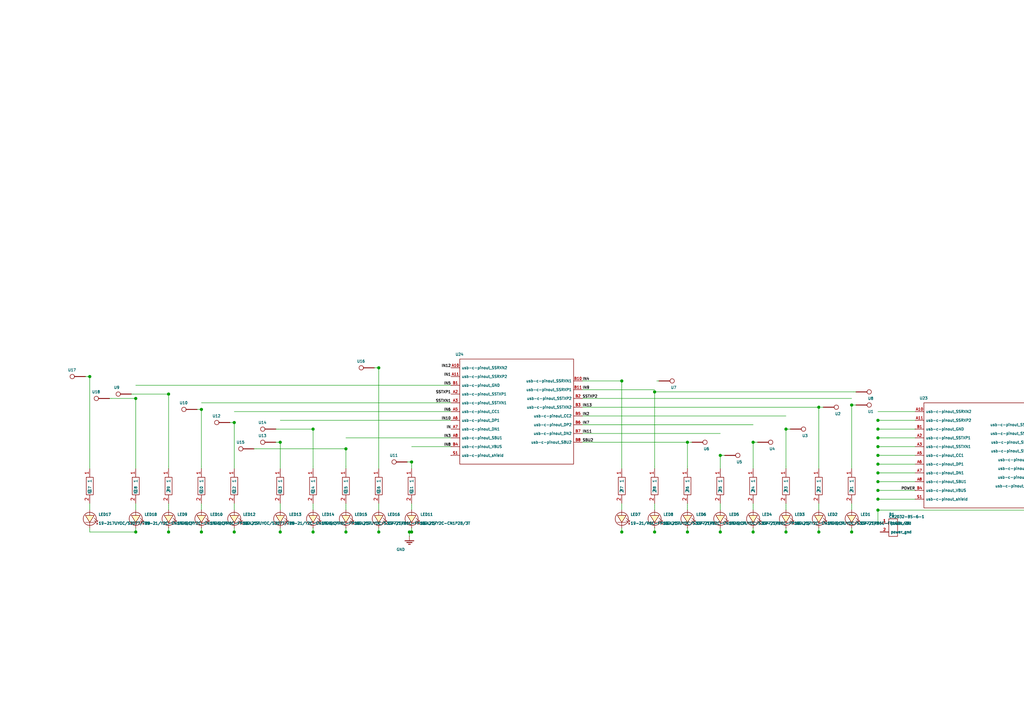
<source format=kicad_sch>
(kicad_sch (version 20230121) (generator jitx)
  (paper "A4")
  (title_block (title "") (date "") (rev "") (company "") (comment 1 "") (comment 2 "") (comment 3 "") (comment 4 ""))
  (wire (pts (xy 109.855 146.05) (xy 109.855 146.685)) (stroke (width 0.127)))
  (wire (pts (xy 109.855 135.89) (xy 109.855 135.255)) (stroke (width 0.127)))
  (wire (pts (xy 26.035 146.05) (xy 26.035 146.685)) (stroke (width 0.127)))
  (wire (pts (xy 26.035 135.89) (xy 26.035 135.255)) (stroke (width 0.127)))
  (wire (pts (xy 39.37 146.05) (xy 39.37 146.685)) (stroke (width 0.127)))
  (wire (pts (xy 39.37 135.89) (xy 39.37 135.255)) (stroke (width 0.127)))
  (wire (pts (xy 248.285 117.475) (xy 247.65 117.475)) (stroke (width 0.127)))
  (wire (pts (xy 247.015 147.955) (xy 247.015 147.32)) (stroke (width 0.127)))
  (wire (pts (xy 247.015 153.035) (xy 247.015 153.67)) (stroke (width 0.127)))
  (wire (pts (xy 247.015 146.05) (xy 247.015 146.685)) (stroke (width 0.127)))
  (wire (pts (xy 247.015 135.89) (xy 247.015 135.255)) (stroke (width 0.127)))
  (wire (pts (xy 238.76 118.11) (xy 238.125 118.11)) (stroke (width 0.127)))
  (wire (pts (xy 237.49 147.955) (xy 237.49 147.32)) (stroke (width 0.127)))
  (wire (pts (xy 237.49 153.035) (xy 237.49 153.67)) (stroke (width 0.127)))
  (wire (pts (xy 237.49 146.05) (xy 237.49 146.685)) (stroke (width 0.127)))
  (wire (pts (xy 237.49 135.89) (xy 237.49 135.255)) (stroke (width 0.127)))
  (wire (pts (xy 229.235 124.46) (xy 228.6 124.46)) (stroke (width 0.127)))
  (wire (pts (xy 219.71 128.27) (xy 219.075 128.27)) (stroke (width 0.127)))
  (wire (pts (xy 210.185 132.08) (xy 209.55 132.08)) (stroke (width 0.127)))
  (wire (pts (xy 200.66 128.27) (xy 200.025 128.27)) (stroke (width 0.127)))
  (wire (pts (xy 191.135 110.49) (xy 190.5 110.49)) (stroke (width 0.127)))
  (wire (pts (xy 248.285 113.665) (xy 247.65 113.665)) (stroke (width 0.127)))
  (wire (pts (xy 38.1 114.3) (xy 38.735 114.3)) (stroke (width 0.127)))
  (wire (pts (xy 57.15 118.745) (xy 57.785 118.745)) (stroke (width 0.127)))
  (wire (pts (xy 66.675 122.555) (xy 67.31 122.555)) (stroke (width 0.127)))
  (wire (pts (xy 80.01 128.27) (xy 80.645 128.27)) (stroke (width 0.127)))
  (wire (pts (xy 80.01 124.46) (xy 80.645 124.46)) (stroke (width 0.127)))
  (wire (pts (xy 227.965 147.955) (xy 227.965 147.32)) (stroke (width 0.127)))
  (wire (pts (xy 227.965 153.035) (xy 227.965 153.67)) (stroke (width 0.127)))
  (wire (pts (xy 73.66 130.175) (xy 74.295 130.175)) (stroke (width 0.127)))
  (wire (pts (xy 218.44 147.955) (xy 218.44 147.32)) (stroke (width 0.127)))
  (wire (pts (xy 218.44 153.035) (xy 218.44 153.67)) (stroke (width 0.127)))
  (wire (pts (xy 118.11 133.985) (xy 118.745 133.985)) (stroke (width 0.127)))
  (wire (pts (xy 208.915 147.955) (xy 208.915 147.32)) (stroke (width 0.127)))
  (wire (pts (xy 208.915 153.035) (xy 208.915 153.67)) (stroke (width 0.127)))
  (wire (pts (xy 108.585 106.68) (xy 109.22 106.68)) (stroke (width 0.127)))
  (wire (pts (xy 199.39 147.955) (xy 199.39 147.32)) (stroke (width 0.127)))
  (wire (pts (xy 199.39 153.035) (xy 199.39 153.67)) (stroke (width 0.127)))
  (wire (pts (xy 24.765 109.22) (xy 25.4 109.22)) (stroke (width 0.127)))
  (wire (pts (xy 180.34 147.955) (xy 180.34 147.32)) (stroke (width 0.127)))
  (wire (pts (xy 180.34 153.035) (xy 180.34 153.67)) (stroke (width 0.127)))
  (wire (pts (xy 227.965 146.05) (xy 227.965 146.685)) (stroke (width 0.127)))
  (wire (pts (xy 227.965 135.89) (xy 227.965 135.255)) (stroke (width 0.127)))
  (wire (pts (xy 31.75 115.57) (xy 32.385 115.57)) (stroke (width 0.127)))
  (wire (pts (xy 189.865 147.955) (xy 189.865 147.32)) (stroke (width 0.127)))
  (wire (pts (xy 189.865 153.035) (xy 189.865 153.67)) (stroke (width 0.127)))
  (wire (pts (xy 218.44 146.05) (xy 218.44 146.685)) (stroke (width 0.127)))
  (wire (pts (xy 218.44 135.89) (xy 218.44 135.255)) (stroke (width 0.127)))
  (wire (pts (xy 48.895 147.955) (xy 48.895 147.32)) (stroke (width 0.127)))
  (wire (pts (xy 48.895 153.035) (xy 48.895 153.67)) (stroke (width 0.127)))
  (wire (pts (xy 208.915 146.05) (xy 208.915 146.685)) (stroke (width 0.127)))
  (wire (pts (xy 208.915 135.89) (xy 208.915 135.255)) (stroke (width 0.127)))
  (wire (pts (xy 58.42 147.955) (xy 58.42 147.32)) (stroke (width 0.127)))
  (wire (pts (xy 58.42 153.035) (xy 58.42 153.67)) (stroke (width 0.127)))
  (wire (pts (xy 199.39 146.05) (xy 199.39 146.685)) (stroke (width 0.127)))
  (wire (pts (xy 199.39 135.89) (xy 199.39 135.255)) (stroke (width 0.127)))
  (wire (pts (xy 67.945 147.955) (xy 67.945 147.32)) (stroke (width 0.127)))
  (wire (pts (xy 67.945 153.035) (xy 67.945 153.67)) (stroke (width 0.127)))
  (wire (pts (xy 180.34 146.05) (xy 180.34 146.685)) (stroke (width 0.127)))
  (wire (pts (xy 180.34 135.89) (xy 180.34 135.255)) (stroke (width 0.127)))
  (wire (pts (xy 81.28 147.955) (xy 81.28 147.32)) (stroke (width 0.127)))
  (wire (pts (xy 81.28 153.035) (xy 81.28 153.67)) (stroke (width 0.127)))
  (wire (pts (xy 189.865 146.05) (xy 189.865 146.685)) (stroke (width 0.127)))
  (wire (pts (xy 189.865 135.89) (xy 189.865 135.255)) (stroke (width 0.127)))
  (wire (pts (xy 90.805 147.955) (xy 90.805 147.32)) (stroke (width 0.127)))
  (wire (pts (xy 90.805 153.035) (xy 90.805 153.67)) (stroke (width 0.127)))
  (wire (pts (xy 48.895 146.05) (xy 48.895 146.685)) (stroke (width 0.127)))
  (wire (pts (xy 48.895 135.89) (xy 48.895 135.255)) (stroke (width 0.127)))
  (wire (pts (xy 100.33 147.955) (xy 100.33 147.32)) (stroke (width 0.127)))
  (wire (pts (xy 100.33 153.035) (xy 100.33 153.67)) (stroke (width 0.127)))
  (wire (pts (xy 58.42 146.05) (xy 58.42 146.685)) (stroke (width 0.127)))
  (wire (pts (xy 58.42 135.89) (xy 58.42 135.255)) (stroke (width 0.127)))
  (wire (pts (xy 119.38 147.955) (xy 119.38 147.32)) (stroke (width 0.127)))
  (wire (pts (xy 119.38 153.035) (xy 119.38 153.67)) (stroke (width 0.127)))
  (wire (pts (xy 67.945 146.05) (xy 67.945 146.685)) (stroke (width 0.127)))
  (wire (pts (xy 67.945 135.89) (xy 67.945 135.255)) (stroke (width 0.127)))
  (wire (pts (xy 109.855 147.955) (xy 109.855 147.32)) (stroke (width 0.127)))
  (wire (pts (xy 109.855 153.035) (xy 109.855 153.67)) (stroke (width 0.127)))
  (wire (pts (xy 81.28 146.05) (xy 81.28 146.685)) (stroke (width 0.127)))
  (wire (pts (xy 81.28 135.89) (xy 81.28 135.255)) (stroke (width 0.127)))
  (wire (pts (xy 26.035 147.955) (xy 26.035 147.32)) (stroke (width 0.127)))
  (wire (pts (xy 26.035 153.035) (xy 26.035 153.67)) (stroke (width 0.127)))
  (wire (pts (xy 90.805 146.05) (xy 90.805 146.685)) (stroke (width 0.127)))
  (wire (pts (xy 90.805 135.89) (xy 90.805 135.255)) (stroke (width 0.127)))
  (wire (pts (xy 39.37 147.955) (xy 39.37 147.32)) (stroke (width 0.127)))
  (wire (pts (xy 39.37 153.035) (xy 39.37 153.67)) (stroke (width 0.127)))
  (wire (pts (xy 100.33 146.05) (xy 100.33 146.685)) (stroke (width 0.127)))
  (wire (pts (xy 100.33 135.89) (xy 100.33 135.255)) (stroke (width 0.127)))
  (wire (pts (xy 119.38 146.05) (xy 119.38 146.685)) (stroke (width 0.127)))
  (wire (pts (xy 119.38 135.89) (xy 119.38 135.255)) (stroke (width 0.127)))
  (wire (pts (xy 118.745 155.575) (xy 118.745 154.94)) (stroke (width 0.127)))
  (wire (pts (xy 237.49 147.32) (xy 237.49 146.685)) (stroke (width 0.127)))
  (wire (pts (xy 48.895 147.32) (xy 48.895 146.685)) (stroke (width 0.127)))
  (wire (pts (xy 109.855 147.32) (xy 109.855 146.685)) (stroke (width 0.127)))
  (wire (pts (xy 208.915 147.32) (xy 208.915 146.685)) (stroke (width 0.127)))
  (wire (pts (xy 81.28 147.32) (xy 81.28 146.685)) (stroke (width 0.127)))
  (wire (pts (xy 247.015 147.32) (xy 247.015 146.685)) (stroke (width 0.127)))
  (wire (pts (xy 189.865 147.32) (xy 189.865 146.685)) (stroke (width 0.127)))
  (wire (pts (xy 119.38 147.32) (xy 119.38 146.685)) (stroke (width 0.127)))
  (wire (pts (xy 218.44 147.32) (xy 218.44 146.685)) (stroke (width 0.127)))
  (wire (pts (xy 67.945 147.32) (xy 67.945 146.685)) (stroke (width 0.127)))
  (wire (pts (xy 39.37 147.32) (xy 39.37 146.685)) (stroke (width 0.127)))
  (wire (pts (xy 180.34 147.32) (xy 180.34 146.685)) (stroke (width 0.127)))
  (wire (pts (xy 100.33 147.32) (xy 100.33 146.685)) (stroke (width 0.127)))
  (wire (pts (xy 227.965 147.32) (xy 227.965 146.685)) (stroke (width 0.127)))
  (wire (pts (xy 58.42 147.32) (xy 58.42 146.685)) (stroke (width 0.127)))
  (wire (pts (xy 26.035 147.32) (xy 26.035 146.685)) (stroke (width 0.127)))
  (wire (pts (xy 199.39 147.32) (xy 199.39 146.685)) (stroke (width 0.127)))
  (wire (pts (xy 90.805 147.32) (xy 90.805 146.685)) (stroke (width 0.127)))
  (wire (pts (xy 168.91 118.11) (xy 238.125 118.11)) (stroke (width 0.127)))
  (wire (pts (xy 237.49 135.255) (xy 237.49 118.11)) (stroke (width 0.127)))
  (wire (pts (xy 38.735 114.3) (xy 130.81 114.3)) (stroke (width 0.127)))
  (wire (pts (xy 48.895 135.255) (xy 48.895 114.3)) (stroke (width 0.127)))
  (wire (pts (xy 254.635 137.16) (xy 265.43 137.16)) (stroke (width 0.127)))
  (wire (pts (xy 303.53 138.43) (xy 304.165 138.43)) (stroke (width 0.127)))
  (wire (pts (xy 254.635 139.7) (xy 265.43 139.7)) (stroke (width 0.127)))
  (wire (pts (xy 303.53 140.97) (xy 304.165 140.97)) (stroke (width 0.127)))
  (wire (pts (xy 254.635 142.24) (xy 265.43 142.24)) (stroke (width 0.127)))
  (wire (pts (xy 254.635 144.78) (xy 265.43 144.78)) (stroke (width 0.127)))
  (wire (pts (xy 254.635 151.765) (xy 255.27 151.765)) (stroke (width 0.127)))
  (wire (pts (xy 254.635 147.955) (xy 304.165 147.955)) (stroke (width 0.127)))
  (wire (pts (xy 254.635 119.38) (xy 265.43 119.38)) (stroke (width 0.127)))
  (wire (pts (xy 254.635 121.92) (xy 265.43 121.92)) (stroke (width 0.127)))
  (wire (pts (xy 303.53 123.19) (xy 304.165 123.19)) (stroke (width 0.127)))
  (wire (pts (xy 254.635 124.46) (xy 265.43 124.46)) (stroke (width 0.127)))
  (wire (pts (xy 303.53 125.73) (xy 304.165 125.73)) (stroke (width 0.127)))
  (wire (pts (xy 254.635 127.0) (xy 265.43 127.0)) (stroke (width 0.127)))
  (wire (pts (xy 303.53 128.27) (xy 304.165 128.27)) (stroke (width 0.127)))
  (wire (pts (xy 254.635 129.54) (xy 265.43 129.54)) (stroke (width 0.127)))
  (wire (pts (xy 303.53 130.81) (xy 304.165 130.81)) (stroke (width 0.127)))
  (wire (pts (xy 254.635 132.08) (xy 265.43 132.08)) (stroke (width 0.127)))
  (wire (pts (xy 303.53 133.35) (xy 304.165 133.35)) (stroke (width 0.127)))
  (wire (pts (xy 254.635 134.62) (xy 265.43 134.62)) (stroke (width 0.127)))
  (wire (pts (xy 303.53 135.89) (xy 304.165 135.89)) (stroke (width 0.127)))
  (wire (pts (xy 304.165 147.955) (xy 304.165 123.19)) (stroke (width 0.127)))
  (wire (pts (xy 254.635 151.765) (xy 254.635 119.38)) (stroke (width 0.127)))
  (wire (pts (xy 109.22 106.68) (xy 130.81 106.68)) (stroke (width 0.127)))
  (wire (pts (xy 109.855 135.255) (xy 109.855 106.68)) (stroke (width 0.127)))
  (wire (pts (xy 26.035 154.305) (xy 255.27 154.305)) (stroke (width 0.127)))
  (wire (pts (xy 100.33 154.305) (xy 100.33 153.67)) (stroke (width 0.127)))
  (wire (pts (xy 90.805 154.305) (xy 90.805 153.67)) (stroke (width 0.127)))
  (wire (pts (xy 81.28 154.305) (xy 81.28 153.67)) (stroke (width 0.127)))
  (wire (pts (xy 67.945 154.305) (xy 67.945 153.67)) (stroke (width 0.127)))
  (wire (pts (xy 58.42 154.305) (xy 58.42 153.67)) (stroke (width 0.127)))
  (wire (pts (xy 48.895 154.305) (xy 48.895 153.67)) (stroke (width 0.127)))
  (wire (pts (xy 39.37 154.305) (xy 39.37 153.67)) (stroke (width 0.127)))
  (wire (pts (xy 26.035 154.305) (xy 26.035 153.67)) (stroke (width 0.127)))
  (wire (pts (xy 109.855 154.305) (xy 109.855 153.67)) (stroke (width 0.127)))
  (wire (pts (xy 118.745 154.94) (xy 118.745 154.305)) (stroke (width 0.127)))
  (wire (pts (xy 180.34 154.305) (xy 180.34 153.67)) (stroke (width 0.127)))
  (wire (pts (xy 189.865 154.305) (xy 189.865 153.67)) (stroke (width 0.127)))
  (wire (pts (xy 247.015 154.305) (xy 247.015 153.67)) (stroke (width 0.127)))
  (wire (pts (xy 237.49 154.305) (xy 237.49 153.67)) (stroke (width 0.127)))
  (wire (pts (xy 227.965 154.305) (xy 227.965 153.67)) (stroke (width 0.127)))
  (wire (pts (xy 218.44 154.305) (xy 218.44 153.67)) (stroke (width 0.127)))
  (wire (pts (xy 208.915 154.305) (xy 208.915 153.67)) (stroke (width 0.127)))
  (wire (pts (xy 199.39 154.305) (xy 199.39 153.67)) (stroke (width 0.127)))
  (wire (pts (xy 119.38 154.305) (xy 119.38 153.67)) (stroke (width 0.127)))
  (wire (pts (xy 168.91 125.73) (xy 208.915 125.73)) (stroke (width 0.127)))
  (wire (pts (xy 208.915 132.08) (xy 209.55 132.08)) (stroke (width 0.127)))
  (wire (pts (xy 208.915 135.255) (xy 208.915 125.73)) (stroke (width 0.127)))
  (wire (pts (xy 81.28 121.92) (xy 130.81 121.92)) (stroke (width 0.127)))
  (wire (pts (xy 80.645 128.27) (xy 81.28 128.27)) (stroke (width 0.127)))
  (wire (pts (xy 81.28 135.255) (xy 81.28 121.92)) (stroke (width 0.127)))
  (wire (pts (xy 247.015 117.475) (xy 247.65 117.475)) (stroke (width 0.127)))
  (wire (pts (xy 168.91 115.57) (xy 247.015 115.57)) (stroke (width 0.127)))
  (wire (pts (xy 247.015 135.255) (xy 247.015 115.57)) (stroke (width 0.127)))
  (wire (pts (xy 189.865 113.665) (xy 247.65 113.665)) (stroke (width 0.127)))
  (wire (pts (xy 168.91 113.03) (xy 189.865 113.03)) (stroke (width 0.127)))
  (wire (pts (xy 189.865 135.255) (xy 189.865 113.03)) (stroke (width 0.127)))
  (wire (pts (xy 119.38 129.54) (xy 130.81 129.54)) (stroke (width 0.127)))
  (wire (pts (xy 118.745 133.985) (xy 119.38 133.985)) (stroke (width 0.127)))
  (wire (pts (xy 119.38 135.255) (xy 119.38 129.54)) (stroke (width 0.127)))
  (wire (pts (xy 168.91 123.19) (xy 218.44 123.19)) (stroke (width 0.127)))
  (wire (pts (xy 218.44 128.27) (xy 219.075 128.27)) (stroke (width 0.127)))
  (wire (pts (xy 218.44 135.255) (xy 218.44 123.19)) (stroke (width 0.127)))
  (wire (pts (xy 67.31 122.555) (xy 67.945 122.555)) (stroke (width 0.127)))
  (wire (pts (xy 67.945 119.38) (xy 130.81 119.38)) (stroke (width 0.127)))
  (wire (pts (xy 67.945 135.255) (xy 67.945 119.38)) (stroke (width 0.127)))
  (wire (pts (xy 32.385 115.57) (xy 39.37 115.57)) (stroke (width 0.127)))
  (wire (pts (xy 39.37 111.76) (xy 130.81 111.76)) (stroke (width 0.127)))
  (wire (pts (xy 39.37 135.255) (xy 39.37 111.76)) (stroke (width 0.127)))
  (wire (pts (xy 168.91 110.49) (xy 190.5 110.49)) (stroke (width 0.127)))
  (wire (pts (xy 180.34 135.255) (xy 180.34 110.49)) (stroke (width 0.127)))
  (wire (pts (xy 100.33 127.0) (xy 130.81 127.0)) (stroke (width 0.127)))
  (wire (pts (xy 74.295 130.175) (xy 100.33 130.175)) (stroke (width 0.127)))
  (wire (pts (xy 100.33 135.255) (xy 100.33 127.0)) (stroke (width 0.127)))
  (wire (pts (xy 227.965 124.46) (xy 228.6 124.46)) (stroke (width 0.127)))
  (wire (pts (xy 168.91 120.65) (xy 227.965 120.65)) (stroke (width 0.127)))
  (wire (pts (xy 227.965 135.255) (xy 227.965 120.65)) (stroke (width 0.127)))
  (wire (pts (xy 58.42 116.84) (xy 130.81 116.84)) (stroke (width 0.127)))
  (wire (pts (xy 57.785 118.745) (xy 58.42 118.745)) (stroke (width 0.127)))
  (wire (pts (xy 58.42 135.255) (xy 58.42 116.84)) (stroke (width 0.127)))
  (wire (pts (xy 25.4 109.22) (xy 130.81 109.22)) (stroke (width 0.127)))
  (wire (pts (xy 26.035 135.255) (xy 26.035 109.22)) (stroke (width 0.127)))
  (wire (pts (xy 168.91 128.27) (xy 200.025 128.27)) (stroke (width 0.127)))
  (wire (pts (xy 199.39 135.255) (xy 199.39 128.27)) (stroke (width 0.127)))
  (wire (pts (xy 80.645 124.46) (xy 130.81 124.46)) (stroke (width 0.127)))
  (wire (pts (xy 90.805 135.255) (xy 90.805 124.46)) (stroke (width 0.127)))
  (junction (at 237.49 118.11) (diameter 0.762))
  (junction (at 48.895 114.3) (diameter 0.762))
  (junction (at 254.635 137.16) (diameter 0.762))
  (junction (at 304.165 138.43) (diameter 0.762))
  (junction (at 254.635 139.7) (diameter 0.762))
  (junction (at 304.165 140.97) (diameter 0.762))
  (junction (at 254.635 142.24) (diameter 0.762))
  (junction (at 254.635 144.78) (diameter 0.762))
  (junction (at 254.635 147.955) (diameter 0.762))
  (junction (at 254.635 121.92) (diameter 0.762))
  (junction (at 254.635 124.46) (diameter 0.762))
  (junction (at 304.165 125.73) (diameter 0.762))
  (junction (at 254.635 127.0) (diameter 0.762))
  (junction (at 304.165 128.27) (diameter 0.762))
  (junction (at 254.635 129.54) (diameter 0.762))
  (junction (at 304.165 130.81) (diameter 0.762))
  (junction (at 254.635 132.08) (diameter 0.762))
  (junction (at 304.165 133.35) (diameter 0.762))
  (junction (at 254.635 134.62) (diameter 0.762))
  (junction (at 304.165 135.89) (diameter 0.762))
  (junction (at 109.855 106.68) (diameter 0.762))
  (junction (at 100.33 154.305) (diameter 0.762))
  (junction (at 90.805 154.305) (diameter 0.762))
  (junction (at 81.28 154.305) (diameter 0.762))
  (junction (at 67.945 154.305) (diameter 0.762))
  (junction (at 58.42 154.305) (diameter 0.762))
  (junction (at 48.895 154.305) (diameter 0.762))
  (junction (at 39.37 154.305) (diameter 0.762))
  (junction (at 109.855 154.305) (diameter 0.762))
  (junction (at 118.745 154.305) (diameter 0.762))
  (junction (at 180.34 154.305) (diameter 0.762))
  (junction (at 189.865 154.305) (diameter 0.762))
  (junction (at 247.015 154.305) (diameter 0.762))
  (junction (at 237.49 154.305) (diameter 0.762))
  (junction (at 227.965 154.305) (diameter 0.762))
  (junction (at 218.44 154.305) (diameter 0.762))
  (junction (at 208.915 154.305) (diameter 0.762))
  (junction (at 199.39 154.305) (diameter 0.762))
  (junction (at 119.38 154.305) (diameter 0.762))
  (junction (at 208.915 132.08) (diameter 0.762))
  (junction (at 81.28 128.27) (diameter 0.762))
  (junction (at 247.015 117.475) (diameter 0.762))
  (junction (at 189.865 113.665) (diameter 0.762))
  (junction (at 119.38 133.985) (diameter 0.762))
  (junction (at 218.44 128.27) (diameter 0.762))
  (junction (at 67.945 122.555) (diameter 0.762))
  (junction (at 39.37 115.57) (diameter 0.762))
  (junction (at 180.34 110.49) (diameter 0.762))
  (junction (at 100.33 130.175) (diameter 0.762))
  (junction (at 227.965 124.46) (diameter 0.762))
  (junction (at 58.42 118.745) (diameter 0.762))
  (junction (at 26.035 109.22) (diameter 0.762))
  (junction (at 199.39 128.27) (diameter 0.762))
  (junction (at 90.805 124.46) (diameter 0.762))
  (label "IN9" (at 168.91 113.03 0) (effects (font (size 0.762 0.762))))
  (label "IN10" (at 130.81 121.92 180) (effects (font (size 0.762 0.762))))
  (label "IN11" (at 168.91 125.73 0) (effects (font (size 0.762 0.762))))
  (label "IN12" (at 130.81 106.68 180) (effects (font (size 0.762 0.762))))
  (label "IN13" (at 168.91 118.11 0) (effects (font (size 0.762 0.762))))
  (label "SSTXP1" (at 130.81 114.3 180) (effects (font (size 0.762 0.762))))
  (label "IN" (at 130.81 124.46 180) (effects (font (size 0.762 0.762))))
  (label "POWER" (at 265.43 142.24 180) (effects (font (size 0.762 0.762))))
  (label "SSTXP2" (at 168.91 115.57 0) (effects (font (size 0.762 0.762))))
  (label "SSTXN1" (at 130.81 116.84 180) (effects (font (size 0.762 0.762))))
  (label "SBU2" (at 168.91 128.27 0) (effects (font (size 0.762 0.762))))
  (label "IN1" (at 130.81 109.22 180) (effects (font (size 0.762 0.762))))
  (label "IN2" (at 168.91 120.65 0) (effects (font (size 0.762 0.762))))
  (label "IN3" (at 130.81 127.0 180) (effects (font (size 0.762 0.762))))
  (label "IN4" (at 168.91 110.49 0) (effects (font (size 0.762 0.762))))
  (label "IN5" (at 130.81 111.76 180) (effects (font (size 0.762 0.762))))
  (label "IN6" (at 130.81 119.38 180) (effects (font (size 0.762 0.762))))
  (label "IN7" (at 168.91 123.19 0) (effects (font (size 0.762 0.762))))
  (label "IN8" (at 130.81 129.54 180) (effects (font (size 0.762 0.762))))
  (symbol (lib_id "C1096_1") (at 119.38 140.97 270.0) (unit 1)
    (property "Reference" "R11" (at 119.38 140.97 0.0) (effects (font (size 0.762 0.762)) (justify left)))
    (property "Footprint" "CAD:R0402_2" (effects hide))
    (property "Name" "test-led_status-led_ballast-res" (effects hide))
    (property "Description" "62.5mW 50V ±5% ±200ppm/℃ -55℃~+155℃ 47Ω 0402  Chip Resistor - Surface Mount ROHS" (effects hide))
    (property "Manufacturer" "FH (Guangdong Fenghua Advanced Tech)" (effects hide))
    (property "MPN" "RS-02K470JT" (effects hide))
    (property "Reference-prefix" "R" (effects hide))
    (property "LCSC" "C1096" (effects hide))
  )
  (symbol (lib_id "C1096") (at 100.33 140.97 270.0) (unit 1)
    (property "Reference" "R15" (at 100.33 140.97 0.0) (effects (font (size 0.762 0.762)) (justify left)))
    (property "Footprint" "CAD:R0402_1" (effects hide))
    (property "Name" "test-led_status-led_ballast-res" (effects hide))
    (property "Description" "62.5mW 50V ±5% ±200ppm/℃ -55℃~+155℃ 47Ω 0402  Chip Resistor - Surface Mount ROHS" (effects hide))
    (property "Manufacturer" "FH (Guangdong Fenghua Advanced Tech)" (effects hide))
    (property "MPN" "RS-02K470JT" (effects hide))
    (property "Reference-prefix" "R" (effects hide))
    (property "LCSC" "C1096" (effects hide))
  )
  (symbol (lib_id "LED_maker_ROYGBIV") (at 39.37 150.495 0.0) (unit 1)
    (property "Reference" "LED18" (at 41.91 149.225 0.0) (effects (font (size 0.762 0.762)) (justify left)))
    (property "Value" "19-21/Y2C-CN1P2B/3T" (at 41.91 151.765 0.0) (effects (font (size 0.762 0.762)) (justify left)))
    (property "Footprint" "CAD:Pkg0603" (effects hide))
    (property "Name" "test-led_status-led_led" (effects hide))
    (property "Description" "Everlight Elec 0603 various color SMD LEDs" (effects hide))
    (property "Manufacturer" "Everlight Elec" (effects hide))
    (property "MPN" "19-21/Y2C-CN1P2B/3T" (effects hide))
    (property "Reference-prefix" "LED" (effects hide))
    (property "LCSC" "C131265" (effects hide))
  )
  (symbol (lib_id "C25180") (at 90.805 140.97 270.0) (unit 1)
    (property "Reference" "R14" (at 90.805 140.97 0.0) (effects (font (size 0.762 0.762)) (justify left)))
    (property "Footprint" "CAD:R0402" (effects hide))
    (property "Name" "test-led_status-led_ballast-res" (effects hide))
    (property "Description" "62.5mW Thick Film Resistors 50V ±5% ±200ppm/℃ -55℃~+155℃ 75Ω 0402  Chip Resistor - Surface Mount ROHS" (effects hide))
    (property "Manufacturer" "UNI-ROYAL(Uniroyal Elec)" (effects hide))
    (property "MPN" "0402WGJ0750TCE" (effects hide))
    (property "Reference-prefix" "R" (effects hide))
    (property "LCSC" "C25180" (effects hide))
  )
  (symbol (lib_id "LED_maker_ROYGBIV_2") (at 26.035 150.495 0.0) (unit 1)
    (property "Reference" "LED17" (at 28.575 149.225 0.0) (effects (font (size 0.762 0.762)) (justify left)))
    (property "Value" "19-217UYOC/S3077/TR8" (at 28.575 151.765 0.0) (effects (font (size 0.762 0.762)) (justify left)))
    (property "Footprint" "CAD:Pkg0603" (effects hide))
    (property "Name" "test-led_status-led_led" (effects hide))
    (property "Description" "Everlight Elec 0603 various color SMD LEDs" (effects hide))
    (property "Manufacturer" "Everlight Elec" (effects hide))
    (property "MPN" "19-217UYOC/S3077/TR8" (effects hide))
    (property "Reference-prefix" "LED" (effects hide))
    (property "LCSC" "C264474" (effects hide))
  )
  (symbol (lib_id "C1096_1") (at 81.28 140.97 270.0) (unit 1)
    (property "Reference" "R13" (at 81.28 140.97 0.0) (effects (font (size 0.762 0.762)) (justify left)))
    (property "Footprint" "CAD:R0402_2" (effects hide))
    (property "Name" "test-led_status-led_ballast-res" (effects hide))
    (property "Description" "62.5mW 50V ±5% ±200ppm/℃ -55℃~+155℃ 47Ω 0402  Chip Resistor - Surface Mount ROHS" (effects hide))
    (property "Manufacturer" "FH (Guangdong Fenghua Advanced Tech)" (effects hide))
    (property "MPN" "RS-02K470JT" (effects hide))
    (property "Reference-prefix" "R" (effects hide))
    (property "LCSC" "C1096" (effects hide))
  )
  (symbol (lib_id "component") (at 260.35 153.035 0.0) (unit 1)
    (property "Reference" "B1" (at 257.81 149.225 0.0) (effects (font (size 0.762 0.762)) (justify left)))
    (property "Value" "CR2032-BS-6-1" (at 257.81 149.86 0.0) (effects (font (size 0.762 0.762)) (justify left)))
    (property "Footprint" "CAD:CR2032_BS_6_1_LANDPATTERN" (effects hide))
    (property "Name" "battery" (effects hide))
    (property "Description" "SMD Battery Box/Battery Holders ROHS" (effects hide))
    (property "Manufacturer" "Q&J" (effects hide))
    (property "MPN" "CR2032-BS-6-1" (effects hide))
    (property "Reference-prefix" "B" (effects hide))
    (property "LCSC" "C70377" (effects hide))
  )
  (symbol (lib_id "LED_maker_ROYGBIV_1") (at 109.855 150.495 0.0) (unit 1)
    (property "Reference" "LED16" (at 112.395 149.225 0.0) (effects (font (size 0.762 0.762)) (justify left)))
    (property "Value" "19-21/R6C-FP1Q2L/3T" (at 112.395 151.765 0.0) (effects (font (size 0.762 0.762)) (justify left)))
    (property "Footprint" "CAD:Pkg0603" (effects hide))
    (property "Name" "test-led_status-led_led" (effects hide))
    (property "Description" "Everlight Elec 0603 various color SMD LEDs" (effects hide))
    (property "Manufacturer" "Everlight Elec" (effects hide))
    (property "MPN" "19-21/R6C-FP1Q2L/3T" (effects hide))
    (property "Reference-prefix" "LED" (effects hide))
    (property "LCSC" "C93128" (effects hide))
  )
  (symbol (lib_id "C1096") (at 67.945 140.97 270.0) (unit 1)
    (property "Reference" "R12" (at 67.945 140.97 0.0) (effects (font (size 0.762 0.762)) (justify left)))
    (property "Footprint" "CAD:R0402_1" (effects hide))
    (property "Name" "test-led_status-led_ballast-res" (effects hide))
    (property "Description" "62.5mW 50V ±5% ±200ppm/℃ -55℃~+155℃ 47Ω 0402  Chip Resistor - Surface Mount ROHS" (effects hide))
    (property "Manufacturer" "FH (Guangdong Fenghua Advanced Tech)" (effects hide))
    (property "MPN" "RS-02K470JT" (effects hide))
    (property "Reference-prefix" "R" (effects hide))
    (property "LCSC" "C1096" (effects hide))
  )
  (symbol (lib_id "LED_maker_ROYGBIV") (at 119.38 150.495 0.0) (unit 1)
    (property "Reference" "LED11" (at 121.92 149.225 0.0) (effects (font (size 0.762 0.762)) (justify left)))
    (property "Value" "19-21/Y2C-CN1P2B/3T" (at 121.92 151.765 0.0) (effects (font (size 0.762 0.762)) (justify left)))
    (property "Footprint" "CAD:Pkg0603" (effects hide))
    (property "Name" "test-led_status-led_led" (effects hide))
    (property "Description" "Everlight Elec 0603 various color SMD LEDs" (effects hide))
    (property "Manufacturer" "Everlight Elec" (effects hide))
    (property "MPN" "19-21/Y2C-CN1P2B/3T" (effects hide))
    (property "Reference-prefix" "LED" (effects hide))
    (property "LCSC" "C131265" (effects hide))
  )
  (symbol (lib_id "C25180") (at 58.42 140.97 270.0) (unit 1)
    (property "Reference" "R10" (at 58.42 140.97 0.0) (effects (font (size 0.762 0.762)) (justify left)))
    (property "Footprint" "CAD:R0402" (effects hide))
    (property "Name" "test-led_status-led_ballast-res" (effects hide))
    (property "Description" "62.5mW Thick Film Resistors 50V ±5% ±200ppm/℃ -55℃~+155℃ 75Ω 0402  Chip Resistor - Surface Mount ROHS" (effects hide))
    (property "Manufacturer" "UNI-ROYAL(Uniroyal Elec)" (effects hide))
    (property "MPN" "0402WGJ0750TCE" (effects hide))
    (property "Reference-prefix" "R" (effects hide))
    (property "LCSC" "C25180" (effects hide))
  )
  (symbol (lib_id "LED_maker_ROYGBIV_2") (at 100.33 150.495 0.0) (unit 1)
    (property "Reference" "LED15" (at 102.87 149.225 0.0) (effects (font (size 0.762 0.762)) (justify left)))
    (property "Value" "19-217UYOC/S3077/TR8" (at 102.87 151.765 0.0) (effects (font (size 0.762 0.762)) (justify left)))
    (property "Footprint" "CAD:Pkg0603" (effects hide))
    (property "Name" "test-led_status-led_led" (effects hide))
    (property "Description" "Everlight Elec 0603 various color SMD LEDs" (effects hide))
    (property "Manufacturer" "Everlight Elec" (effects hide))
    (property "MPN" "19-217UYOC/S3077/TR8" (effects hide))
    (property "Reference-prefix" "LED" (effects hide))
    (property "LCSC" "C264474" (effects hide))
  )
  (symbol (lib_id "C1096_1") (at 48.895 140.97 270.0) (unit 1)
    (property "Reference" "R9" (at 48.895 140.97 0.0) (effects (font (size 0.762 0.762)) (justify left)))
    (property "Footprint" "CAD:R0402_2" (effects hide))
    (property "Name" "test-led_status-led_ballast-res" (effects hide))
    (property "Description" "62.5mW 50V ±5% ±200ppm/℃ -55℃~+155℃ 47Ω 0402  Chip Resistor - Surface Mount ROHS" (effects hide))
    (property "Manufacturer" "FH (Guangdong Fenghua Advanced Tech)" (effects hide))
    (property "MPN" "RS-02K470JT" (effects hide))
    (property "Reference-prefix" "R" (effects hide))
    (property "LCSC" "C1096" (effects hide))
  )
  (symbol (lib_id "LED_maker_ROYGBIV_1") (at 90.805 150.495 0.0) (unit 1)
    (property "Reference" "LED14" (at 93.345 149.225 0.0) (effects (font (size 0.762 0.762)) (justify left)))
    (property "Value" "19-21/R6C-FP1Q2L/3T" (at 93.345 151.765 0.0) (effects (font (size 0.762 0.762)) (justify left)))
    (property "Footprint" "CAD:Pkg0603" (effects hide))
    (property "Name" "test-led_status-led_led" (effects hide))
    (property "Description" "Everlight Elec 0603 various color SMD LEDs" (effects hide))
    (property "Manufacturer" "Everlight Elec" (effects hide))
    (property "MPN" "19-21/R6C-FP1Q2L/3T" (effects hide))
    (property "Reference-prefix" "LED" (effects hide))
    (property "LCSC" "C93128" (effects hide))
  )
  (symbol (lib_id "C1096") (at 189.865 140.97 270.0) (unit 1)
    (property "Reference" "R8" (at 189.865 140.97 0.0) (effects (font (size 0.762 0.762)) (justify left)))
    (property "Footprint" "CAD:R0402_1" (effects hide))
    (property "Name" "test-led_status-led_ballast-res" (effects hide))
    (property "Description" "62.5mW 50V ±5% ±200ppm/℃ -55℃~+155℃ 47Ω 0402  Chip Resistor - Surface Mount ROHS" (effects hide))
    (property "Manufacturer" "FH (Guangdong Fenghua Advanced Tech)" (effects hide))
    (property "MPN" "RS-02K470JT" (effects hide))
    (property "Reference-prefix" "R" (effects hide))
    (property "LCSC" "C1096" (effects hide))
  )
  (symbol (lib_id "LED_maker_ROYGBIV") (at 81.28 150.495 0.0) (unit 1)
    (property "Reference" "LED13" (at 83.82 149.225 0.0) (effects (font (size 0.762 0.762)) (justify left)))
    (property "Value" "19-21/Y2C-CN1P2B/3T" (at 83.82 151.765 0.0) (effects (font (size 0.762 0.762)) (justify left)))
    (property "Footprint" "CAD:Pkg0603" (effects hide))
    (property "Name" "test-led_status-led_led" (effects hide))
    (property "Description" "Everlight Elec 0603 various color SMD LEDs" (effects hide))
    (property "Manufacturer" "Everlight Elec" (effects hide))
    (property "MPN" "19-21/Y2C-CN1P2B/3T" (effects hide))
    (property "Reference-prefix" "LED" (effects hide))
    (property "LCSC" "C131265" (effects hide))
  )
  (symbol (lib_id "C25180") (at 180.34 140.97 270.0) (unit 1)
    (property "Reference" "R7" (at 180.34 140.97 0.0) (effects (font (size 0.762 0.762)) (justify left)))
    (property "Footprint" "CAD:R0402" (effects hide))
    (property "Name" "test-led_status-led_ballast-res" (effects hide))
    (property "Description" "62.5mW Thick Film Resistors 50V ±5% ±200ppm/℃ -55℃~+155℃ 75Ω 0402  Chip Resistor - Surface Mount ROHS" (effects hide))
    (property "Manufacturer" "UNI-ROYAL(Uniroyal Elec)" (effects hide))
    (property "MPN" "0402WGJ0750TCE" (effects hide))
    (property "Reference-prefix" "R" (effects hide))
    (property "LCSC" "C25180" (effects hide))
  )
  (symbol (lib_id "LED_maker_ROYGBIV_2") (at 67.945 150.495 0.0) (unit 1)
    (property "Reference" "LED12" (at 70.485 149.225 0.0) (effects (font (size 0.762 0.762)) (justify left)))
    (property "Value" "19-217UYOC/S3077/TR8" (at 70.485 151.765 0.0) (effects (font (size 0.762 0.762)) (justify left)))
    (property "Footprint" "CAD:Pkg0603" (effects hide))
    (property "Name" "test-led_status-led_led" (effects hide))
    (property "Description" "Everlight Elec 0603 various color SMD LEDs" (effects hide))
    (property "Manufacturer" "Everlight Elec" (effects hide))
    (property "MPN" "19-217UYOC/S3077/TR8" (effects hide))
    (property "Reference-prefix" "LED" (effects hide))
    (property "LCSC" "C264474" (effects hide))
  )
  (symbol (lib_id "C1096_1") (at 199.39 140.97 270.0) (unit 1)
    (property "Reference" "R6" (at 199.39 140.97 0.0) (effects (font (size 0.762 0.762)) (justify left)))
    (property "Footprint" "CAD:R0402_2" (effects hide))
    (property "Name" "test-led_status-led_ballast-res" (effects hide))
    (property "Description" "62.5mW 50V ±5% ±200ppm/℃ -55℃~+155℃ 47Ω 0402  Chip Resistor - Surface Mount ROHS" (effects hide))
    (property "Manufacturer" "FH (Guangdong Fenghua Advanced Tech)" (effects hide))
    (property "MPN" "RS-02K470JT" (effects hide))
    (property "Reference-prefix" "R" (effects hide))
    (property "LCSC" "C1096" (effects hide))
  )
  (symbol (lib_id "LED_maker_ROYGBIV_1") (at 58.42 150.495 0.0) (unit 1)
    (property "Reference" "LED10" (at 60.96 149.225 0.0) (effects (font (size 0.762 0.762)) (justify left)))
    (property "Value" "19-21/R6C-FP1Q2L/3T" (at 60.96 151.765 0.0) (effects (font (size 0.762 0.762)) (justify left)))
    (property "Footprint" "CAD:Pkg0603" (effects hide))
    (property "Name" "test-led_status-led_led" (effects hide))
    (property "Description" "Everlight Elec 0603 various color SMD LEDs" (effects hide))
    (property "Manufacturer" "Everlight Elec" (effects hide))
    (property "MPN" "19-21/R6C-FP1Q2L/3T" (effects hide))
    (property "Reference-prefix" "LED" (effects hide))
    (property "LCSC" "C93128" (effects hide))
  )
  (symbol (lib_id "C1096") (at 208.915 140.97 270.0) (unit 1)
    (property "Reference" "R5" (at 208.915 140.97 0.0) (effects (font (size 0.762 0.762)) (justify left)))
    (property "Footprint" "CAD:R0402_1" (effects hide))
    (property "Name" "test-led_status-led_ballast-res" (effects hide))
    (property "Description" "62.5mW 50V ±5% ±200ppm/℃ -55℃~+155℃ 47Ω 0402  Chip Resistor - Surface Mount ROHS" (effects hide))
    (property "Manufacturer" "FH (Guangdong Fenghua Advanced Tech)" (effects hide))
    (property "MPN" "RS-02K470JT" (effects hide))
    (property "Reference-prefix" "R" (effects hide))
    (property "LCSC" "C1096" (effects hide))
  )
  (symbol (lib_id "LED_maker_ROYGBIV") (at 48.895 150.495 0.0) (unit 1)
    (property "Reference" "LED9" (at 51.435 149.225 0.0) (effects (font (size 0.762 0.762)) (justify left)))
    (property "Value" "19-21/Y2C-CN1P2B/3T" (at 51.435 151.765 0.0) (effects (font (size 0.762 0.762)) (justify left)))
    (property "Footprint" "CAD:Pkg0603" (effects hide))
    (property "Name" "test-led_status-led_led" (effects hide))
    (property "Description" "Everlight Elec 0603 various color SMD LEDs" (effects hide))
    (property "Manufacturer" "Everlight Elec" (effects hide))
    (property "MPN" "19-21/Y2C-CN1P2B/3T" (effects hide))
    (property "Reference-prefix" "LED" (effects hide))
    (property "LCSC" "C131265" (effects hide))
  )
  (symbol (lib_id "C25180") (at 218.44 140.97 270.0) (unit 1)
    (property "Reference" "R4" (at 218.44 140.97 0.0) (effects (font (size 0.762 0.762)) (justify left)))
    (property "Footprint" "CAD:R0402" (effects hide))
    (property "Name" "test-led_status-led_ballast-res" (effects hide))
    (property "Description" "62.5mW Thick Film Resistors 50V ±5% ±200ppm/℃ -55℃~+155℃ 75Ω 0402  Chip Resistor - Surface Mount ROHS" (effects hide))
    (property "Manufacturer" "UNI-ROYAL(Uniroyal Elec)" (effects hide))
    (property "MPN" "0402WGJ0750TCE" (effects hide))
    (property "Reference-prefix" "R" (effects hide))
    (property "LCSC" "C25180" (effects hide))
  )
  (symbol (lib_id "LED_maker_ROYGBIV_2") (at 189.865 150.495 0.0) (unit 1)
    (property "Reference" "LED8" (at 192.405 149.225 0.0) (effects (font (size 0.762 0.762)) (justify left)))
    (property "Value" "19-217UYOC/S3077/TR8" (at 192.405 151.765 0.0) (effects (font (size 0.762 0.762)) (justify left)))
    (property "Footprint" "CAD:Pkg0603" (effects hide))
    (property "Name" "test-led_status-led_led" (effects hide))
    (property "Description" "Everlight Elec 0603 various color SMD LEDs" (effects hide))
    (property "Manufacturer" "Everlight Elec" (effects hide))
    (property "MPN" "19-217UYOC/S3077/TR8" (effects hide))
    (property "Reference-prefix" "LED" (effects hide))
    (property "LCSC" "C264474" (effects hide))
  )
  (symbol (lib_id "gen_testpad") (at 29.21 115.57 0.0) (unit 1)
    (property "Reference" "U18" (at 26.67 113.665 0.0) (effects (font (size 0.762 0.762)) (justify left)))
    (property "Footprint" "CAD:TESTPAD" (effects hide))
    (property "Name" "test-led_tp-pad" (effects hide))
  )
  (symbol (lib_id "C1096_1") (at 227.965 140.97 270.0) (unit 1)
    (property "Reference" "R3" (at 227.965 140.97 0.0) (effects (font (size 0.762 0.762)) (justify left)))
    (property "Footprint" "CAD:R0402_2" (effects hide))
    (property "Name" "test-led_status-led_ballast-res" (effects hide))
    (property "Description" "62.5mW 50V ±5% ±200ppm/℃ -55℃~+155℃ 47Ω 0402  Chip Resistor - Surface Mount ROHS" (effects hide))
    (property "Manufacturer" "FH (Guangdong Fenghua Advanced Tech)" (effects hide))
    (property "MPN" "RS-02K470JT" (effects hide))
    (property "Reference-prefix" "R" (effects hide))
    (property "LCSC" "C1096" (effects hide))
  )
  (symbol (lib_id "LED_maker_ROYGBIV_1") (at 180.34 150.495 0.0) (unit 1)
    (property "Reference" "LED7" (at 182.88 149.225 0.0) (effects (font (size 0.762 0.762)) (justify left)))
    (property "Value" "19-21/R6C-FP1Q2L/3T" (at 182.88 151.765 0.0) (effects (font (size 0.762 0.762)) (justify left)))
    (property "Footprint" "CAD:Pkg0603" (effects hide))
    (property "Name" "test-led_status-led_led" (effects hide))
    (property "Description" "Everlight Elec 0603 various color SMD LEDs" (effects hide))
    (property "Manufacturer" "Everlight Elec" (effects hide))
    (property "MPN" "19-21/R6C-FP1Q2L/3T" (effects hide))
    (property "Reference-prefix" "LED" (effects hide))
    (property "LCSC" "C93128" (effects hide))
  )
  (symbol (lib_id "gen_testpad") (at 22.225 109.22 0.0) (unit 1)
    (property "Reference" "U17" (at 19.685 107.315 0.0) (effects (font (size 0.762 0.762)) (justify left)))
    (property "Footprint" "CAD:TESTPAD" (effects hide))
    (property "Name" "test-led_tp-pad" (effects hide))
  )
  (symbol (lib_id "LED_maker_ROYGBIV") (at 199.39 150.495 0.0) (unit 1)
    (property "Reference" "LED6" (at 201.93 149.225 0.0) (effects (font (size 0.762 0.762)) (justify left)))
    (property "Value" "19-21/Y2C-CN1P2B/3T" (at 201.93 151.765 0.0) (effects (font (size 0.762 0.762)) (justify left)))
    (property "Footprint" "CAD:Pkg0603" (effects hide))
    (property "Name" "test-led_status-led_led" (effects hide))
    (property "Description" "Everlight Elec 0603 various color SMD LEDs" (effects hide))
    (property "Manufacturer" "Everlight Elec" (effects hide))
    (property "MPN" "19-21/Y2C-CN1P2B/3T" (effects hide))
    (property "Reference-prefix" "LED" (effects hide))
    (property "LCSC" "C131265" (effects hide))
  )
  (symbol (lib_id "gen_testpad") (at 106.045 106.68 0.0) (unit 1)
    (property "Reference" "U16" (at 103.505 104.775 0.0) (effects (font (size 0.762 0.762)) (justify left)))
    (property "Footprint" "CAD:TESTPAD" (effects hide))
    (property "Name" "test-led_tp-pad" (effects hide))
  )
  (symbol (lib_id "LED_maker_ROYGBIV_2") (at 208.915 150.495 0.0) (unit 1)
    (property "Reference" "LED5" (at 211.455 149.225 0.0) (effects (font (size 0.762 0.762)) (justify left)))
    (property "Value" "19-217UYOC/S3077/TR8" (at 211.455 151.765 0.0) (effects (font (size 0.762 0.762)) (justify left)))
    (property "Footprint" "CAD:Pkg0603" (effects hide))
    (property "Name" "test-led_status-led_led" (effects hide))
    (property "Description" "Everlight Elec 0603 various color SMD LEDs" (effects hide))
    (property "Manufacturer" "Everlight Elec" (effects hide))
    (property "MPN" "19-217UYOC/S3077/TR8" (effects hide))
    (property "Reference-prefix" "LED" (effects hide))
    (property "LCSC" "C264474" (effects hide))
  )
  (symbol (lib_id "gen_testpad") (at 115.57 133.985 0.0) (unit 1)
    (property "Reference" "U11" (at 113.03 132.08 0.0) (effects (font (size 0.762 0.762)) (justify left)))
    (property "Footprint" "CAD:TESTPAD" (effects hide))
    (property "Name" "test-led_tp-pad" (effects hide))
  )
  (symbol (lib_id "LED_maker_ROYGBIV_1") (at 218.44 150.495 0.0) (unit 1)
    (property "Reference" "LED4" (at 220.98 149.225 0.0) (effects (font (size 0.762 0.762)) (justify left)))
    (property "Value" "19-21/R6C-FP1Q2L/3T" (at 220.98 151.765 0.0) (effects (font (size 0.762 0.762)) (justify left)))
    (property "Footprint" "CAD:Pkg0603" (effects hide))
    (property "Name" "test-led_status-led_led" (effects hide))
    (property "Description" "Everlight Elec 0603 various color SMD LEDs" (effects hide))
    (property "Manufacturer" "Everlight Elec" (effects hide))
    (property "MPN" "19-21/R6C-FP1Q2L/3T" (effects hide))
    (property "Reference-prefix" "LED" (effects hide))
    (property "LCSC" "C93128" (effects hide))
  )
  (symbol (lib_id "gen_testpad") (at 71.12 130.175 0.0) (unit 1)
    (property "Reference" "U15" (at 68.58 128.27 0.0) (effects (font (size 0.762 0.762)) (justify left)))
    (property "Footprint" "CAD:TESTPAD" (effects hide))
    (property "Name" "test-led_tp-pad" (effects hide))
  )
  (symbol (lib_id "LED_maker_ROYGBIV") (at 227.965 150.495 0.0) (unit 1)
    (property "Reference" "LED3" (at 230.505 149.225 0.0) (effects (font (size 0.762 0.762)) (justify left)))
    (property "Value" "19-21/Y2C-CN1P2B/3T" (at 230.505 151.765 0.0) (effects (font (size 0.762 0.762)) (justify left)))
    (property "Footprint" "CAD:Pkg0603" (effects hide))
    (property "Name" "test-led_status-led_led" (effects hide))
    (property "Description" "Everlight Elec 0603 various color SMD LEDs" (effects hide))
    (property "Manufacturer" "Everlight Elec" (effects hide))
    (property "MPN" "19-21/Y2C-CN1P2B/3T" (effects hide))
    (property "Reference-prefix" "LED" (effects hide))
    (property "LCSC" "C131265" (effects hide))
  )
  (symbol (lib_id "gen_testpad") (at 77.47 124.46 0.0) (unit 1)
    (property "Reference" "U14" (at 74.93 122.555 0.0) (effects (font (size 0.762 0.762)) (justify left)))
    (property "Footprint" "CAD:TESTPAD" (effects hide))
    (property "Name" "test-led_tp-pad" (effects hide))
  )
  (symbol (lib_id "gen_testpad") (at 77.47 128.27 0.0) (unit 1)
    (property "Reference" "U13" (at 74.93 126.365 0.0) (effects (font (size 0.762 0.762)) (justify left)))
    (property "Footprint" "CAD:TESTPAD" (effects hide))
    (property "Name" "test-led_tp-pad" (effects hide))
  )
  (symbol (lib_id "component_1") (at 284.48 132.08 0.0) (unit 1)
    (property "Reference" "U23" (at 266.7 115.478 0.0) (effects (font (size 0.762 0.762)) (justify left)))
    (property "Footprint" "CAD:MOLEX10545001011" (effects hide))
    (property "Name" "in-usb" (effects hide))
  )
  (symbol (lib_id "gen_testpad") (at 64.135 122.555 0.0) (unit 1)
    (property "Reference" "U12" (at 61.595 120.65 0.0) (effects (font (size 0.762 0.762)) (justify left)))
    (property "Footprint" "CAD:TESTPAD" (effects hide))
    (property "Name" "test-led_tp-pad" (effects hide))
  )
  (symbol (lib_id "gen_testpad") (at 54.61 118.745 0.0) (unit 1)
    (property "Reference" "U10" (at 52.07 116.84 0.0) (effects (font (size 0.762 0.762)) (justify left)))
    (property "Footprint" "CAD:TESTPAD" (effects hide))
    (property "Name" "test-led_tp-pad" (effects hide))
  )
  (symbol (lib_id "gen_testpad") (at 35.56 114.3 0.0) (unit 1)
    (property "Reference" "U9" (at 33.02 112.395 0.0) (effects (font (size 0.762 0.762)) (justify left)))
    (property "Footprint" "CAD:TESTPAD" (effects hide))
    (property "Name" "test-led_tp-pad" (effects hide))
  )
  (symbol (lib_id "gen_testpad") (at 250.825 113.665 180.0) (unit 1)
    (property "Reference" "U8" (at 253.365 115.57 0.0) (effects (font (size 0.762 0.762)) (justify left)))
    (property "Footprint" "CAD:TESTPAD" (effects hide))
    (property "Name" "test-led_tp-pad" (effects hide))
  )
  (symbol (lib_id "gen_testpad") (at 193.675 110.49 180.0) (unit 1)
    (property "Reference" "U7" (at 196.215 112.395 0.0) (effects (font (size 0.762 0.762)) (justify left)))
    (property "Footprint" "CAD:TESTPAD" (effects hide))
    (property "Name" "test-led_tp-pad" (effects hide))
  )
  (symbol (lib_id "gen_testpad") (at 203.2 128.27 180.0) (unit 1)
    (property "Reference" "U6" (at 205.74 130.175 0.0) (effects (font (size 0.762 0.762)) (justify left)))
    (property "Footprint" "CAD:TESTPAD" (effects hide))
    (property "Name" "test-led_tp-pad" (effects hide))
  )
  (symbol (lib_id "gen_testpad") (at 212.725 132.08 180.0) (unit 1)
    (property "Reference" "U5" (at 215.265 133.985 0.0) (effects (font (size 0.762 0.762)) (justify left)))
    (property "Footprint" "CAD:TESTPAD" (effects hide))
    (property "Name" "test-led_tp-pad" (effects hide))
  )
  (symbol (lib_id "gen_testpad") (at 222.25 128.27 180.0) (unit 1)
    (property "Reference" "U4" (at 224.79 130.175 0.0) (effects (font (size 0.762 0.762)) (justify left)))
    (property "Footprint" "CAD:TESTPAD" (effects hide))
    (property "Name" "test-led_tp-pad" (effects hide))
  )
  (symbol (lib_id "gen_testpad") (at 231.775 124.46 180.0) (unit 1)
    (property "Reference" "U3" (at 234.315 126.365 0.0) (effects (font (size 0.762 0.762)) (justify left)))
    (property "Footprint" "CAD:TESTPAD" (effects hide))
    (property "Name" "test-led_tp-pad" (effects hide))
  )
  (symbol (lib_id "C1096") (at 237.49 140.97 270.0) (unit 1)
    (property "Reference" "R2" (at 237.49 140.97 0.0) (effects (font (size 0.762 0.762)) (justify left)))
    (property "Footprint" "CAD:R0402_1" (effects hide))
    (property "Name" "test-led_status-led_ballast-res" (effects hide))
    (property "Description" "62.5mW 50V ±5% ±200ppm/℃ -55℃~+155℃ 47Ω 0402  Chip Resistor - Surface Mount ROHS" (effects hide))
    (property "Manufacturer" "FH (Guangdong Fenghua Advanced Tech)" (effects hide))
    (property "MPN" "RS-02K470JT" (effects hide))
    (property "Reference-prefix" "R" (effects hide))
    (property "LCSC" "C1096" (effects hide))
  )
  (symbol (lib_id "LED_maker_ROYGBIV_2") (at 237.49 150.495 0.0) (unit 1)
    (property "Reference" "LED2" (at 240.03 149.225 0.0) (effects (font (size 0.762 0.762)) (justify left)))
    (property "Value" "19-217UYOC/S3077/TR8" (at 240.03 151.765 0.0) (effects (font (size 0.762 0.762)) (justify left)))
    (property "Footprint" "CAD:Pkg0603" (effects hide))
    (property "Name" "test-led_status-led_led" (effects hide))
    (property "Description" "Everlight Elec 0603 various color SMD LEDs" (effects hide))
    (property "Manufacturer" "Everlight Elec" (effects hide))
    (property "MPN" "19-217UYOC/S3077/TR8" (effects hide))
    (property "Reference-prefix" "LED" (effects hide))
    (property "LCSC" "C264474" (effects hide))
  )
  (symbol (lib_id "gen_testpad") (at 241.3 118.11 180.0) (unit 1)
    (property "Reference" "U2" (at 243.84 120.015 0.0) (effects (font (size 0.762 0.762)) (justify left)))
    (property "Footprint" "CAD:TESTPAD" (effects hide))
    (property "Name" "test-led_tp-pad" (effects hide))
  )
  (symbol (lib_id "C25180") (at 247.015 140.97 270.0) (unit 1)
    (property "Reference" "R1" (at 247.015 140.97 0.0) (effects (font (size 0.762 0.762)) (justify left)))
    (property "Footprint" "CAD:R0402" (effects hide))
    (property "Name" "test-led_status-led_ballast-res" (effects hide))
    (property "Description" "62.5mW Thick Film Resistors 50V ±5% ±200ppm/℃ -55℃~+155℃ 75Ω 0402  Chip Resistor - Surface Mount ROHS" (effects hide))
    (property "Manufacturer" "UNI-ROYAL(Uniroyal Elec)" (effects hide))
    (property "MPN" "0402WGJ0750TCE" (effects hide))
    (property "Reference-prefix" "R" (effects hide))
    (property "LCSC" "C25180" (effects hide))
  )
  (symbol (lib_id "LED_maker_ROYGBIV_1") (at 247.015 150.495 0.0) (unit 1)
    (property "Reference" "LED1" (at 249.555 149.225 0.0) (effects (font (size 0.762 0.762)) (justify left)))
    (property "Value" "19-21/R6C-FP1Q2L/3T" (at 249.555 151.765 0.0) (effects (font (size 0.762 0.762)) (justify left)))
    (property "Footprint" "CAD:Pkg0603" (effects hide))
    (property "Name" "test-led_status-led_led" (effects hide))
    (property "Description" "Everlight Elec 0603 various color SMD LEDs" (effects hide))
    (property "Manufacturer" "Everlight Elec" (effects hide))
    (property "MPN" "19-21/R6C-FP1Q2L/3T" (effects hide))
    (property "Reference-prefix" "LED" (effects hide))
    (property "LCSC" "C93128" (effects hide))
  )
  (symbol (lib_id "component_1") (at 149.86 119.38 0.0) (unit 1)
    (property "Reference" "U24" (at 132.08 102.778 0.0) (effects (font (size 0.762 0.762)) (justify left)))
    (property "Footprint" "CAD:MOLEX10545001011" (effects hide))
    (property "Name" "out-usb" (effects hide))
  )
  (symbol (lib_id "gen_testpad") (at 250.825 117.475 180.0) (unit 1)
    (property "Reference" "U1" (at 253.365 119.38 0.0) (effects (font (size 0.762 0.762)) (justify left)))
    (property "Footprint" "CAD:TESTPAD" (effects hide))
    (property "Name" "test-led_tp-pad" (effects hide))
  )
  (symbol (lib_id "C1096_1") (at 39.37 140.97 270.0) (unit 1)
    (property "Reference" "R18" (at 39.37 140.97 0.0) (effects (font (size 0.762 0.762)) (justify left)))
    (property "Footprint" "CAD:R0402_2" (effects hide))
    (property "Name" "test-led_status-led_ballast-res" (effects hide))
    (property "Description" "62.5mW 50V ±5% ±200ppm/℃ -55℃~+155℃ 47Ω 0402  Chip Resistor - Surface Mount ROHS" (effects hide))
    (property "Manufacturer" "FH (Guangdong Fenghua Advanced Tech)" (effects hide))
    (property "MPN" "RS-02K470JT" (effects hide))
    (property "Reference-prefix" "R" (effects hide))
    (property "LCSC" "C1096" (effects hide))
  )
  (symbol (lib_id "C1096") (at 26.035 140.97 270.0) (unit 1)
    (property "Reference" "R17" (at 26.035 140.97 0.0) (effects (font (size 0.762 0.762)) (justify left)))
    (property "Footprint" "CAD:R0402_1" (effects hide))
    (property "Name" "test-led_status-led_ballast-res" (effects hide))
    (property "Description" "62.5mW 50V ±5% ±200ppm/℃ -55℃~+155℃ 47Ω 0402  Chip Resistor - Surface Mount ROHS" (effects hide))
    (property "Manufacturer" "FH (Guangdong Fenghua Advanced Tech)" (effects hide))
    (property "MPN" "RS-02K470JT" (effects hide))
    (property "Reference-prefix" "R" (effects hide))
    (property "LCSC" "C1096" (effects hide))
  )
  (symbol (lib_id "C25180") (at 109.855 140.97 270.0) (unit 1)
    (property "Reference" "R16" (at 109.855 140.97 0.0) (effects (font (size 0.762 0.762)) (justify left)))
    (property "Footprint" "CAD:R0402" (effects hide))
    (property "Name" "test-led_status-led_ballast-res" (effects hide))
    (property "Description" "62.5mW Thick Film Resistors 50V ±5% ±200ppm/℃ -55℃~+155℃ 75Ω 0402  Chip Resistor - Surface Mount ROHS" (effects hide))
    (property "Manufacturer" "UNI-ROYAL(Uniroyal Elec)" (effects hide))
    (property "MPN" "0402WGJ0750TCE" (effects hide))
    (property "Reference-prefix" "R" (effects hide))
    (property "LCSC" "C25180" (effects hide))
  )
  (symbol (lib_id "GND") (at 118.745 155.575 0.0) (unit 1)
    (property "Reference" "#PWR?" (effects hide))
    (property "Value" "GND" (at 116.205 159.385 0.0) (effects (font (size 0.762 0.762))))
  )
)
</source>
